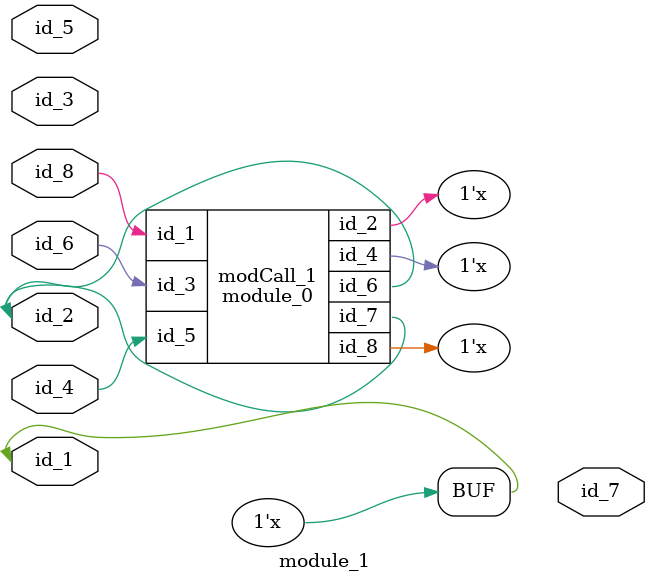
<source format=v>
module module_0 (
    id_1,
    id_2,
    id_3,
    id_4,
    id_5,
    id_6,
    id_7,
    id_8
);
  inout wire id_8;
  output wire id_7;
  inout wire id_6;
  input wire id_5;
  output wire id_4;
  input wire id_3;
  inout wire id_2;
  input wire id_1;
  wire id_9;
endmodule
module module_1 (
    id_1,
    id_2,
    id_3,
    id_4,
    id_5,
    id_6,
    id_7,
    id_8
);
  inout wire id_8;
  output wire id_7;
  input wire id_6;
  input wire id_5;
  input wire id_4;
  input wire id_3;
  inout wire id_2;
  inout wire id_1;
  assign id_1 = id_3[1];
  module_0 modCall_1 (
      id_8,
      id_1,
      id_6,
      id_1,
      id_4,
      id_2,
      id_2,
      id_1
  );
endmodule

</source>
